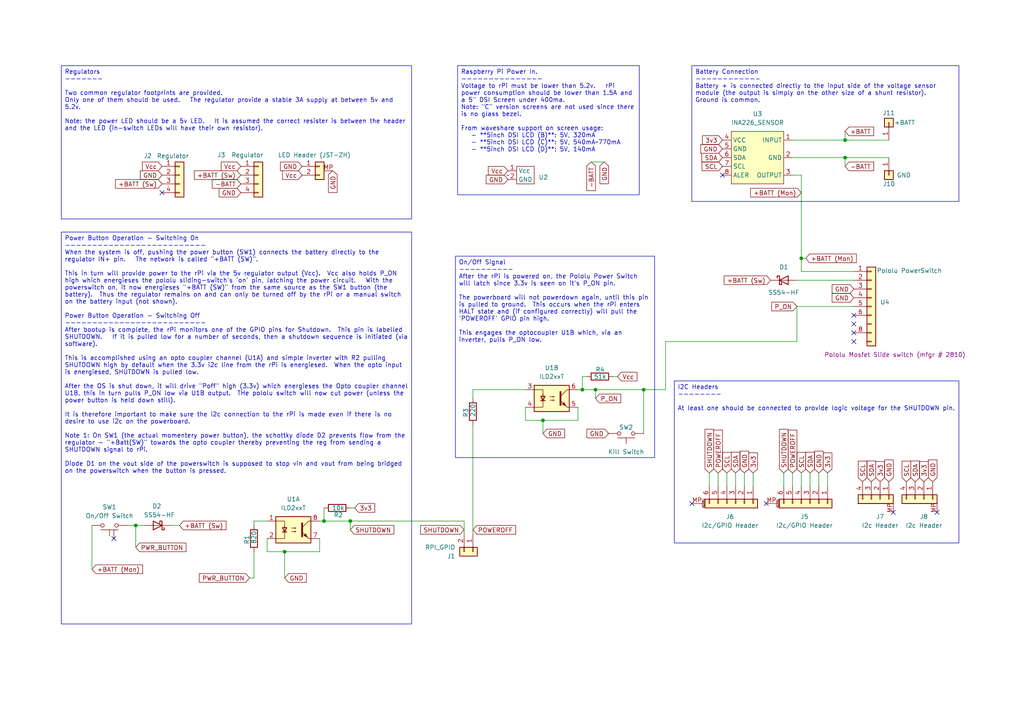
<source format=kicad_sch>
(kicad_sch (version 20250114) (generator "eeschema") (generator_version "9.0")
  (paper "A4")
  (title_block (title "AeroJudge Powerboard") (rev "See Board"))
  (lib_symbols
    (symbol "Connector_Generic:Conn_01x01" (pin_names (offset 1.016) (hide yes))
      (property "Reference" "J" (at 0 2.54 0))
      (property "Value" "Conn_01x01" (at 0 -2.54 0))
      (symbol "Conn_01x01_1_1"
        (rectangle (start -1.27 1.27) (end 1.27 -1.27) (stroke (width 0.254)) (fill (type background)))
        (rectangle (start -1.27 0.127) (end 0 -0.127) (stroke (width 0.1524)))
        (pin passive line (at -5.08 0 0) (length 3.81) (name "Pin_1") (number "1"))
      )
    )
    (symbol "Connector_Generic:Conn_01x02" (pin_names (offset 1.016) (hide yes))
      (property "Reference" "J" (at 0 2.54 0))
      (property "Value" "Conn_01x02" (at 0 -5.08 0))
      (symbol "Conn_01x02_1_1"
        (rectangle (start -1.27 1.27) (end 1.27 -3.81) (stroke (width 0.254)) (fill (type background)))
        (rectangle (start -1.27 0.127) (end 0 -0.127) (stroke (width 0.1524)))
        (rectangle (start -1.27 -2.413) (end 0 -2.667) (stroke (width 0.1524)))
        (pin passive line (at -5.08 0 0) (length 3.81) (name "Pin_1") (number "1"))
        (pin passive line (at -5.08 -2.54 0) (length 3.81) (name "Pin_2") (number "2"))
      )
    )
    (symbol "Connector_Generic:Conn_01x04" (pin_names (offset 1.016) (hide yes))
      (property "Reference" "J" (at 0 5.08 0))
      (property "Value" "Conn_01x04" (at 0 -7.62 0))
      (symbol "Conn_01x04_1_1"
        (rectangle (start -1.27 3.81) (end 1.27 -6.35) (stroke (width 0.254)) (fill (type background)))
        (rectangle (start -1.27 2.667) (end 0 2.413) (stroke (width 0.1524)))
        (rectangle (start -1.27 0.127) (end 0 -0.127) (stroke (width 0.1524)))
        (rectangle (start -1.27 -2.413) (end 0 -2.667) (stroke (width 0.1524)))
        (rectangle (start -1.27 -4.953) (end 0 -5.207) (stroke (width 0.1524)))
        (pin passive line (at -5.08 2.54 0) (length 3.81) (name "Pin_1") (number "1"))
        (pin passive line (at -5.08 0 0) (length 3.81) (name "Pin_2") (number "2"))
        (pin passive line (at -5.08 -2.54 0) (length 3.81) (name "Pin_3") (number "3"))
        (pin passive line (at -5.08 -5.08 0) (length 3.81) (name "Pin_4") (number "4"))
      )
    )
    (symbol "Connector_Generic:Conn_01x09" (pin_names (offset 1.016) (hide yes))
      (property "Reference" "U4" (at 2.54 1.2701 0))
      (property "Value" "Pololu PowerSwitch" (at 1.524 10.414 0))
      (property "Description" "Pololu Mosfet Slide switch (mfgr # 2810)" (at 6.858 -13.97 0))
      (symbol "Conn_01x09_1_1"
        (rectangle (start -1.27 11.43) (end 1.27 -11.43) (stroke (width 0.254)) (fill (type background)))
        (rectangle (start -1.27 10.287) (end 0 10.033) (stroke (width 0.1524)))
        (rectangle (start -1.27 7.747) (end 0 7.493) (stroke (width 0.1524)))
        (rectangle (start -1.27 5.207) (end 0 4.953) (stroke (width 0.1524)))
        (rectangle (start -1.27 2.667) (end 0 2.413) (stroke (width 0.1524)))
        (rectangle (start -1.27 0.127) (end 0 -0.127) (stroke (width 0.1524)))
        (rectangle (start -1.27 -2.413) (end 0 -2.667) (stroke (width 0.1524)))
        (rectangle (start -1.27 -4.953) (end 0 -5.207) (stroke (width 0.1524)))
        (rectangle (start -1.27 -7.493) (end 0 -7.747) (stroke (width 0.1524)))
        (rectangle (start -1.27 -10.033) (end 0 -10.287) (stroke (width 0.1524)))
        (pin passive line (at -5.08 10.16 0) (length 3.81) (name "Pin_1") (number "1"))
        (pin passive line (at -5.08 7.62 0) (length 3.81) (name "Pin_2") (number "2"))
        (pin passive line (at -5.08 5.08 0) (length 3.81) (name "Pin_3") (number "3"))
        (pin passive line (at -5.08 2.54 0) (length 3.81) (name "Pin_4") (number "4"))
        (pin passive line (at -5.08 0 0) (length 3.81) (name "Pin_5") (number "5"))
        (pin passive line (at -5.08 -2.54 0) (length 3.81) (name "Pin_6") (number "6"))
        (pin passive line (at -5.08 -7.62 0) (length 3.81) (name "Pin_8") (number "8"))
      )
    )
    (symbol "Connector_Generic_MountingPin:Conn_01x06_MountingPin" (pin_names (offset 1.016) (hide yes))
      (property "Reference" "J" (at 0 7.62 0))
      (property "Value" "Conn_01x06_MountingPin" (at 1.27 -10.16 0))
      (symbol "Conn_01x06_MountingPin_1_1"
        (rectangle (start -1.27 6.35) (end 1.27 -8.89) (stroke (width 0.254)) (fill (type background)))
        (rectangle (start -1.27 5.207) (end 0 4.953) (stroke (width 0.1524)))
        (rectangle (start -1.27 2.667) (end 0 2.413) (stroke (width 0.1524)))
        (rectangle (start -1.27 0.127) (end 0 -0.127) (stroke (width 0.1524)))
        (rectangle (start -1.27 -2.413) (end 0 -2.667) (stroke (width 0.1524)))
        (rectangle (start -1.27 -4.953) (end 0 -5.207) (stroke (width 0.1524)))
        (rectangle (start -1.27 -7.493) (end 0 -7.747) (stroke (width 0.1524)))
        (polyline (pts (xy -1.016 -9.652) (xy 1.016 -9.652)) (stroke (width 0.1524)))
        (text "Mounting" (at 0 -9.271 0) (effects (font (size 0.381 0.381))))
        (pin passive line (at -5.08 5.08 0) (length 3.81) (name "Pin_1") (number "1"))
        (pin passive line (at -5.08 2.54 0) (length 3.81) (name "Pin_2") (number "2"))
        (pin passive line (at -5.08 0 0) (length 3.81) (name "Pin_3") (number "3"))
        (pin passive line (at -5.08 -2.54 0) (length 3.81) (name "Pin_4") (number "4"))
        (pin passive line (at -5.08 -5.08 0) (length 3.81) (name "Pin_5") (number "5"))
        (pin passive line (at -5.08 -7.62 0) (length 3.81) (name "Pin_6") (number "6"))
        (pin passive line (at 0 -12.7 90) (length 3.048) (name "MountPin") (number "MP"))
      )
    )
    (symbol "Device:R" (pin_numbers (hide yes)) (pin_names (offset 0))
      (property "Reference" "R" (at 2.032 0 90))
      (property "Value" "R" (at 0 0 90))
      (symbol "R_0_1"
        (rectangle (start -1.016 -2.54) (end 1.016 2.54) (stroke (width 0.254)))
      )
      (symbol "R_1_1"
        (pin passive line (at 0 3.81 270) (length 1.27) (name "~") (number "1"))
        (pin passive line (at 0 -3.81 90) (length 1.27) (name "~") (number "2"))
      )
    )
    (symbol "Diode:1N5822" (pin_numbers (hide yes)) (pin_names (offset 1.016) (hide yes))
      (property "Reference" "D" (at 0 2.54 0))
      (property "Value" "1N5822" (at 0 -2.54 0))
      (symbol "1N5822_0_1"
        (polyline (pts (xy -1.905 0.635) (xy -1.905 1.27) (xy -1.27 1.27) (xy -1.27 -1.27) (xy -0.635 -1.27) (xy -0.635 -0.635)) (stroke (width 0.254)))
        (polyline (pts (xy 1.27 1.27) (xy 1.27 -1.27) (xy -1.27 0) (xy 1.27 1.27)) (stroke (width 0.254)))
        (polyline (pts (xy 1.27 0) (xy -1.27 0)))
      )
      (symbol "1N5822_1_1"
        (pin passive line (at -3.81 0 0) (length 2.54) (name "K") (number "1"))
        (pin passive line (at 3.81 0 180) (length 2.54) (name "A") (number "2"))
      )
    )
    (symbol "JST-SH-4-SMT_1" (pin_names (offset 1.016) (hide yes))
      (property "Reference" "J" (at 0 5.08 0))
      (property "Value" "JST-SH-4-SMT" (at 0 -7.62 0))
      (symbol "JST-SH-4-SMT_1_1_1"
        (rectangle (start -1.27 3.81) (end 1.27 -6.35) (stroke (width 0.254)) (fill (type background)))
        (rectangle (start -1.27 2.667) (end 0 2.413) (stroke (width 0.1524)))
        (rectangle (start -1.27 0.127) (end 0 -0.127) (stroke (width 0.1524)))
        (rectangle (start -1.27 -2.413) (end 0 -2.667) (stroke (width 0.1524)))
        (rectangle (start -1.27 -4.953) (end 0 -5.207) (stroke (width 0.1524)))
        (pin passive line (at -5.08 2.54 0) (length 3.81) (name "Pin_1") (number "1"))
        (pin passive line (at -5.08 0 0) (length 3.81) (name "Pin_2") (number "2"))
        (pin passive line (at -5.08 -2.54 0) (length 3.81) (name "Pin_3") (number "3"))
        (pin passive line (at -5.08 -5.08 0) (length 3.81) (name "Pin_4") (number "4"))
        (pin unspecified line (at 3.81 3.81 180) (length 2.54) (name "MP") (number "MP"))
      )
    )
    (symbol "My Custom Symbol Libary:Solder_Pads"
      (property "Reference" "U" (at 0 0 0))
      (symbol "Solder_Pads_0_1"
        (rectangle (start 2.54 2.54) (end 7.62 -2.54))
      )
      (symbol "Solder_Pads_1_1"
        (pin power_in line (at 0 1.27 0) (length 2.54) (name "Vcc") (number "1"))
        (pin power_in line (at 0 -1.27 0) (length 2.54) (name "GND") (number "2"))
      )
    )
    (symbol "ProjectSymbols:ILD2xxT" (pin_names (offset 1.016))
      (property "Reference" "U" (at -5.08 5.08 0))
      (property "Value" "ILD2xxT" (at 0 5.08 0))
      (symbol "ILD2xxT_0_1"
        (rectangle (start -5.08 3.81) (end 5.08 -3.81) (stroke (width 0.254)) (fill (type background)))
        (polyline (pts (xy -5.08 2.54) (xy -2.54 2.54) (xy -2.54 0.635)))
        (polyline (pts (xy -3.175 -0.635) (xy -1.905 -0.635)) (stroke (width 0.254)))
        (polyline (pts (xy -2.54 -0.635) (xy -3.175 0.635) (xy -1.905 0.635) (xy -2.54 -0.635)) (stroke (width 0.254)))
        (polyline (pts (xy -2.54 -0.635) (xy -2.54 1.27) (xy -2.54 -2.54) (xy -5.08 -2.54)))
        (polyline (pts (xy -0.508 0.508) (xy 0.762 0.508) (xy 0.381 0.381) (xy 0.381 0.635) (xy 0.762 0.508)))
        (polyline (pts (xy -0.508 -0.508) (xy 0.762 -0.508) (xy 0.381 -0.635) (xy 0.381 -0.381) (xy 0.762 -0.508)))
        (polyline (pts (xy 2.54 1.905) (xy 2.54 -1.905) (xy 2.54 -1.905)) (stroke (width 0.508)))
        (polyline (pts (xy 2.54 0.635) (xy 4.445 2.54)))
        (polyline (pts (xy 3.048 -1.651) (xy 3.556 -1.143) (xy 4.064 -2.159) (xy 3.048 -1.651) (xy 3.048 -1.651)) (fill (type outline)))
        (polyline (pts (xy 4.445 2.54) (xy 5.08 2.54)))
        (polyline (pts (xy 4.445 -2.54) (xy 2.54 -0.635)) (fill (type outline)))
        (polyline (pts (xy 4.445 -2.54) (xy 5.08 -2.54)))
      )
      (symbol "ILD2xxT_1_1"
        (pin passive line (at -7.62 2.54 0) (length 2.54) (name "~") (number "1"))
        (pin passive line (at -7.62 -2.54 0) (length 2.54) (name "~") (number "2"))
        (pin passive line (at 7.62 2.54 180) (length 2.54) (name "~") (number "8"))
        (pin passive line (at 7.62 -2.54 180) (length 2.54) (name "~") (number "7"))
      )
      (symbol "ILD2xxT_2_1"
        (pin passive line (at -7.62 2.54 0) (length 2.54) (name "~") (number "3"))
        (pin passive line (at -7.62 -2.54 0) (length 2.54) (name "~") (number "4"))
        (pin passive line (at 7.62 2.54 180) (length 2.54) (name "~") (number "6"))
        (pin passive line (at 7.62 -2.54 180) (length 2.54) (name "~") (number "5"))
      )
    )
    (symbol "ProjectSymbols:INA226_BatteryMonitor"
      (property "Reference" "U" (at 0 8.636 0))
      (property "Value" "INA226_SENSOR" (at 0 -8.636 0))
      (symbol "INA226_BatteryMonitor_0_1"
        (polyline (pts (xy -7.62 7.62) (xy -7.62 -7.62) (xy 7.62 -7.62) (xy 7.62 7.62) (xy -7.62 7.62)) (fill (type color) (color 255 255 194 1)))
      )
      (symbol "INA226_BatteryMonitor_1_1"
        (pin input line (at -10.16 5.08 0) (length 2.54) (name "VCC") (number "4"))
        (pin bidirectional line (at -10.16 2.54 0) (length 2.54) (name "GND") (number "5"))
        (pin bidirectional line (at -10.16 0 0) (length 2.54) (name "SDA") (number "6"))
        (pin bidirectional line (at -10.16 -2.54 0) (length 2.54) (name "SCL") (number "7"))
        (pin bidirectional line (at -10.16 -5.08 0) (length 2.54) (name "ALER") (number "8"))
        (pin input line (at 10.16 5.08 180) (length 2.54) (name "INPUT") (number "1"))
        (pin bidirectional line (at 10.16 0 180) (length 2.54) (name "GND") (number "2"))
        (pin output line (at 10.16 -5.08 180) (length 2.54) (name "OUTPUT") (number "3"))
      )
    )
    (symbol "ProjectSymbols:JST-SH-2-SMT" (pin_names (offset 1.016) (hide yes))
      (property "Reference" "J" (at 0 2.54 0))
      (property "Value" "JST-SH-2-SMT" (at 0 -5.08 0))
      (symbol "JST-SH-2-SMT_1_1"
        (rectangle (start -1.27 1.27) (end 1.27 -3.81) (stroke (width 0.254)) (fill (type background)))
        (rectangle (start -1.27 0.127) (end 0 -0.127) (stroke (width 0.1524)))
        (rectangle (start -1.27 -2.413) (end 0 -2.667) (stroke (width 0.1524)))
        (pin passive line (at -5.08 0 0) (length 3.81) (name "Pin_1") (number "1"))
        (pin passive line (at -5.08 -2.54 0) (length 3.81) (name "Pin_2") (number "2"))
        (pin unspecified line (at 3.81 -1.27 180) (length 2.54) (name "MP") (number "MP"))
      )
    )
    (symbol "ProjectSymbols:SW_Push_WithMP" (pin_numbers (hide yes)) (pin_names (offset 1.016) (hide yes))
      (property "Reference" "SW" (at 1.27 2.54 0))
      (property "Value" "SW_Push_WithMP" (at 0 -1.524 0))
      (symbol "SW_Push_WithMP_0_1"
        (circle (center -2.032 0) (radius 0.508))
        (polyline (pts (xy 0 1.27) (xy 0 3.048)))
        (circle (center 2.032 0) (radius 0.508))
        (polyline (pts (xy 2.54 1.27) (xy -2.54 1.27)))
        (pin passive line (at -5.08 0 0) (length 2.54) (name "1") (number "1"))
        (pin passive line (at 5.08 0 180) (length 2.54) (name "2") (number "2"))
      )
      (symbol "SW_Push_WithMP_1_1"
        (pin unspecified line (at -1.27 3.81 270) (length 2.54) (name "MP") (number "MP"))
      )
    )
    (symbol "Switch:SW_Push" (pin_numbers (hide yes)) (pin_names (offset 1.016) (hide yes))
      (property "Reference" "SW" (at 1.27 2.54 0))
      (property "Value" "SW_Push" (at 0 -1.524 0))
      (symbol "SW_Push_0_1"
        (circle (center -2.032 0) (radius 0.508))
        (polyline (pts (xy 0 1.27) (xy 0 3.048)))
        (circle (center 2.032 0) (radius 0.508))
        (polyline (pts (xy 2.54 1.27) (xy -2.54 1.27)))
        (pin passive line (at -5.08 0 0) (length 2.54) (name "1") (number "1"))
        (pin passive line (at 5.08 0 180) (length 2.54) (name "2") (number "2"))
      )
    )
  )
  (text "Version Notes:" (at 309.88 18.288 0) (effects (font (size 1.778 1.778) (thickness 0.254) (bold yes))))
  (text_box "Battery Connection\n------------\nBattery + is connected directly to the input side of the voltage sensor module (the output is simply on the other size of a shunt resistor).\nGround is common." (at 200.66 19.05 0) (size 77.47 39.37) (margins 0.9525 0.9525 0.9525 0.9525) (effects (font (size 1.27 1.27)) (justify left top)))
  (text_box "I2C Headers\n--------\n\nAt least one should be connected to provide logic voltage for the SHUTDOWN pin." (at 195.58 110.49 0) (size 82.55 46.99) (margins 0.9525 0.9525 0.9525 0.9525) (effects (font (size 1.27 1.27)) (justify left top)))
  (text_box "Regulators\n-------\n\nTwo common regulator footprints are provided.\nOnly one of them should be used.   The regulator provide a stable 3A supply at between 5v and 5.2v.\n\nNote: the power LED should be a 5v LED.   It is assumed the correct resister is between the header and the LED (in-switch LEDs will have their own resistor)." (at 17.78 19.05 0) (size 101.6 44.45) (margins 0.9525 0.9525 0.9525 0.9525) (effects (font (size 1.27 1.27)) (justify left top)))
  (text_box "Power Button Operation - Switching On\n--------------------------\nWhen the system is off, pushing the power button (SW1) connects the battery directly to the regulator IN+ pin.   The network is called \"+BATT (SW)\".\n\nThis in turn will provide power to the rPi via the 5v regulator output (Vcc).  Vcc also holds P_ON high which energieses the pololu sliding-switch's 'on' pin, latching the power circuit.   With the powerswitch on, it now energieses \"+BATT (SW)\" from the same source as the SW1 button (the battery).  Thus the regulator remains on and can only be turned off by the rPi or a manual switch on the battery input (not shown).\n\nPower Button Operation - Switching Off\n--------------------------\nAfter bootup is complete, the rPi monitors one of the GPIO pins for Shutdown.  This pin is labelled SHUTDOWN.   If it is pulled low for a number of seconds, then a shutdown sequence is initiated (via software).\n\nThis is accomplished using an opto coupler channel (U1A) and simple inverter with R2 pulling SHUTDOWN high by default when the 3.3v i2c line from the rPi is energiesed.  When the opto input is energiesed, SHUTDOWN is pulled low.\n\nAfter the OS is shut down, it will drive \"Poff\" high (3.3v) which energieses the Opto coupler channel U1B, this in turn pulls P_ON low via U1B output.  THe pololu switch will now cut power (unless the power button is held down still).\n\nIt is therefore important to make sure the i2c connection to the rPi is made even if there is no desire to use i2c on the powerboard.\n\nNote 1: On SW1 (the actual momentery power button), the schottky diode D2 prevents flow from the regulator - \"+Batt(SW)\" towards the opto coupler thereby preventing the reg from sending a SHUTDOWN signal to rPi.\n\nDiode D1 on the vout side of the powerswitch is supposed to stop vin and vout from being bridged on the powerswitch when the button is pressed." (at 17.78 67.31 0) (size 101.6 113.665) (margins 0.9525 0.9525 0.9525 0.9525) (effects (font (size 1.27 1.27)) (justify left top)))
  (text_box "1.61 - LED Connector J4 swapped from SH(1mm) -> ZH(1.5mm)\n1.6  - Swapped 4pin i2c + 2 pin GPIO connectors for 6 pin combined (J5=PH and J6=SH).\n     - Added J8 - (4 port i2c header)." (at 300.355 19.685 0) (size 98.425 52.705) (margins 0.9525 0.9525 0.9525 0.9525) (effects (font (size 1.016 1.016)) (justify left top)))
  (text_box "On/Off Signal\n----------\nAfter the rPi is powered on, the Pololu Power Switch will latch since 3.3v is seen on it's P_ON pin.\n\nThe powerboard will not powerdown again, until this pin is pulled to ground.  This occurs when the rPi enters HALT state and (if configured correctly) will pull the 'POWEROFF' GPIO pin high.\n\nThis engages the optocoupler U1B which, via an inverter, pulls P_ON low.\n" (at 132.08 74.295 0) (size 57.785 58.42) (margins 0.9525 0.9525 0.9525 0.9525) (effects (font (size 1.27 1.27)) (justify left top)))
  (text_box "Raspberry Pi Power In.\n---------------\nVoltage to rPi must be lower than 5.2v.   rPi power consumption should be lower than 1.5A and a 5\" DSI Screen under 400ma.\nNote: \"C\" version screens are not used since there is no glass bezel.\n\nFrom waveshare support on screen usage:\n   - **5inch DSI LCD (B)**: 5V, 320mA\n   - **5inch DSI LCD (C)**: 5V, 540mA~770mA\n   - **5inch DSI LCD (D)**: 5V, 140mA" (at 132.715 19.05 0) (size 52.705 37.465) (margins 0.9525 0.9525 0.9525 0.9525) (effects (font (size 1.27 1.27)) (justify left top)))
  (junction (at 157.48 121.92))
  (junction (at 245.11 45.72))
  (junction (at 232.41 74.93))
  (junction (at 82.55 160.02))
  (junction (at 168.91 113.03))
  (junction (at 172.72 113.03))
  (junction (at 101.6 151.13))
  (junction (at 186.69 113.03))
  (junction (at 39.37 152.4))
  (junction (at 245.11 40.64))
  (junction (at 93.98 151.13))
  (no_connect (at 46.99 55.88))
  (no_connect (at 200.66 146.05))
  (no_connect (at 247.65 99.06))
  (no_connect (at 247.65 93.98))
  (no_connect (at 247.65 96.52))
  (no_connect (at 271.78 148.59))
  (no_connect (at 209.55 50.8))
  (no_connect (at 259.08 148.59))
  (no_connect (at 33.02 156.21))
  (no_connect (at 222.25 146.05))
  (no_connect (at 247.65 91.44))
  (wire (pts (xy 72.39 167.64) (xy 73.66 167.64)))
  (wire (pts (xy 73.66 160.02) (xy 73.66 167.64)))
  (wire (pts (xy 26.67 152.4) (xy 26.67 165.1)))
  (wire (pts (xy 231.14 99.06) (xy 231.14 88.9)))
  (wire (pts (xy 186.69 113.03) (xy 186.69 125.73)))
  (wire (pts (xy 172.72 115.57) (xy 172.72 113.03)))
  (wire (pts (xy 157.48 125.73) (xy 157.48 121.92)))
  (wire (pts (xy 82.55 160.02) (xy 92.71 160.02)))
  (wire (pts (xy 39.37 152.4) (xy 41.91 152.4)))
  (wire (pts (xy 168.91 113.03) (xy 172.72 113.03)))
  (wire (pts (xy 73.66 151.13) (xy 73.66 152.4)))
  (wire (pts (xy 152.4 121.92) (xy 152.4 118.11)))
  (wire (pts (xy 215.9 137.16) (xy 215.9 140.97)))
  (wire (pts (xy 234.95 140.97) (xy 234.95 137.16)))
  (wire (pts (xy 231.14 81.28) (xy 247.65 81.28)))
  (wire (pts (xy 208.28 137.16) (xy 208.28 140.97)))
  (wire (pts (xy 193.04 99.06) (xy 193.04 113.03)))
  (wire (pts (xy 39.37 158.75) (xy 39.37 152.4)))
  (wire (pts (xy 213.36 137.16) (xy 213.36 140.97)))
  (wire (pts (xy 232.41 74.93) (xy 233.68 74.93)))
  (wire (pts (xy 36.83 152.4) (xy 39.37 152.4)))
  (wire (pts (xy 232.41 78.74) (xy 247.65 78.74)))
  (wire (pts (xy 227.33 137.16) (xy 227.33 140.97)))
  (wire (pts (xy 245.11 48.26) (xy 245.11 45.72)))
  (wire (pts (xy 177.8 109.22) (xy 179.07 109.22)))
  (wire (pts (xy 172.72 113.03) (xy 186.69 113.03)))
  (wire (pts (xy 92.71 160.02) (xy 92.71 156.21)))
  (wire (pts (xy 210.82 137.16) (xy 210.82 140.97)))
  (wire (pts (xy 232.41 50.8) (xy 232.41 74.93)))
  (wire (pts (xy 229.87 45.72) (xy 245.11 45.72)))
  (wire (pts (xy 73.66 151.13) (xy 77.47 151.13)))
  (wire (pts (xy 77.47 160.02) (xy 82.55 160.02)))
  (wire (pts (xy 245.11 38.1) (xy 245.11 40.64)))
  (wire (pts (xy 205.74 137.16) (xy 205.74 140.97)))
  (wire (pts (xy 167.64 113.03) (xy 168.91 113.03)))
  (wire (pts (xy 157.48 121.92) (xy 167.64 121.92)))
  (wire (pts (xy 167.64 121.92) (xy 167.64 118.11)))
  (wire (pts (xy 245.11 40.64) (xy 257.81 40.64)))
  (wire (pts (xy 193.04 99.06) (xy 231.14 99.06)))
  (wire (pts (xy 171.45 46.99) (xy 175.26 46.99)))
  (wire (pts (xy 101.6 151.13) (xy 134.62 151.13)))
  (wire (pts (xy 101.6 153.67) (xy 101.6 151.13)))
  (wire (pts (xy 92.71 151.13) (xy 93.98 151.13)))
  (wire (pts (xy 152.4 121.92) (xy 157.48 121.92)))
  (wire (pts (xy 232.41 50.8) (xy 229.87 50.8)))
  (wire (pts (xy 137.16 123.19) (xy 137.16 154.94)))
  (wire (pts (xy 82.55 160.02) (xy 82.55 167.64)))
  (wire (pts (xy 237.49 140.97) (xy 237.49 137.16)))
  (wire (pts (xy 49.53 152.4) (xy 52.07 152.4)))
  (wire (pts (xy 93.98 147.32) (xy 93.98 151.13)))
  (wire (pts (xy 101.6 147.32) (xy 102.87 147.32)))
  (wire (pts (xy 137.16 113.03) (xy 137.16 115.57)))
  (wire (pts (xy 134.62 151.13) (xy 134.62 154.94)))
  (wire (pts (xy 168.91 109.22) (xy 168.91 113.03)))
  (wire (pts (xy 218.44 137.16) (xy 218.44 140.97)))
  (wire (pts (xy 232.41 140.97) (xy 232.41 137.16)))
  (wire (pts (xy 186.69 113.03) (xy 193.04 113.03)))
  (wire (pts (xy 229.87 40.64) (xy 245.11 40.64)))
  (wire (pts (xy 240.03 140.97) (xy 240.03 137.16)))
  (wire (pts (xy 245.11 45.72) (xy 257.81 45.72)))
  (wire (pts (xy 137.16 113.03) (xy 152.4 113.03)))
  (wire (pts (xy 168.91 109.22) (xy 170.18 109.22)))
  (wire (pts (xy 229.87 140.97) (xy 229.87 137.16)))
  (wire (pts (xy 231.14 88.9) (xy 247.65 88.9)))
  (wire (pts (xy 93.98 151.13) (xy 101.6 151.13)))
  (wire (pts (xy 232.41 74.93) (xy 232.41 78.74)))
  (wire (pts (xy 77.47 156.21) (xy 77.47 160.02)))
  (global_label "-BATT" (shape input) (at 69.85 53.34 180) (property "Intersheetrefs" "${INTERSHEET_REFS}" (effects (hide yes))))
  (global_label "SDA" (shape input) (at 213.36 137.16 90) (property "Intersheetrefs" "${INTERSHEET_REFS}" (effects (hide yes))))
  (global_label "3v3" (shape input) (at 255.27 139.7 90) (property "Intersheetrefs" "${INTERSHEET_REFS}" (effects (hide yes))))
  (global_label "3v3" (shape input) (at 102.87 147.32 0) (property "Intersheetrefs" "${INTERSHEET_REFS}" (effects (hide yes))))
  (global_label "POWEROFF" (shape input) (at 208.28 137.16 90) (property "Intersheetrefs" "${INTERSHEET_REFS}" (effects (hide yes))))
  (global_label "SDA" (shape input) (at 234.95 137.16 90) (property "Intersheetrefs" "${INTERSHEET_REFS}" (effects (hide yes))))
  (global_label "Vcc" (shape input) (at 147.32 49.53 180) (property "Intersheetrefs" "${INTERSHEET_REFS}" (effects (hide yes))))
  (global_label "+BATT (Mon)" (shape input) (at 233.68 74.93 0) (property "Intersheetrefs" "${INTERSHEET_REFS}" (effects (hide yes))))
  (global_label "3v3" (shape input) (at 209.55 40.64 180) (property "Intersheetrefs" "${INTERSHEET_REFS}" (effects (hide yes))))
  (global_label "3v3" (shape input) (at 267.97 139.7 90) (property "Intersheetrefs" "${INTERSHEET_REFS}" (effects (hide yes))))
  (global_label "GND" (shape input) (at 96.52 49.53 270) (property "Intersheetrefs" "${INTERSHEET_REFS}" (effects (hide yes))))
  (global_label "GND" (shape input) (at 176.53 125.73 180) (property "Intersheetrefs" "${INTERSHEET_REFS}" (effects (hide yes))))
  (global_label "SDA" (shape input) (at 209.55 45.72 180) (property "Intersheetrefs" "${INTERSHEET_REFS}" (effects (hide yes))))
  (global_label "SCL" (shape input) (at 210.82 137.16 90) (property "Intersheetrefs" "${INTERSHEET_REFS}" (effects (hide yes))))
  (global_label "-BATT" (shape input) (at 171.45 46.99 270) (property "Intersheetrefs" "${INTERSHEET_REFS}" (effects (hide yes))))
  (global_label "+BATT" (shape input) (at 245.11 38.1 0) (property "Intersheetrefs" "${INTERSHEET_REFS}" (effects (hide yes))))
  (global_label "GND" (shape input) (at 215.9 137.16 90) (property "Intersheetrefs" "${INTERSHEET_REFS}" (effects (hide yes))))
  (global_label "GND" (shape input) (at 270.51 139.7 90) (property "Intersheetrefs" "${INTERSHEET_REFS}" (effects (hide yes))))
  (global_label "-BATT" (shape input) (at 245.11 48.26 0) (property "Intersheetrefs" "${INTERSHEET_REFS}" (effects (hide yes))))
  (global_label "+BATT (Sw)" (shape input) (at 69.85 50.8 180) (property "Intersheetrefs" "${INTERSHEET_REFS}" (effects (hide yes))))
  (global_label "SCL" (shape input) (at 209.55 48.26 180) (property "Intersheetrefs" "${INTERSHEET_REFS}" (effects (hide yes))))
  (global_label "3v3" (shape input) (at 240.03 137.16 90) (property "Intersheetrefs" "${INTERSHEET_REFS}" (effects (hide yes))))
  (global_label "POWEROFF" (shape input) (at 229.87 137.16 90) (property "Intersheetrefs" "${INTERSHEET_REFS}" (effects (hide yes))))
  (global_label "GND" (shape input) (at 69.85 55.88 180) (property "Intersheetrefs" "${INTERSHEET_REFS}" (effects (hide yes))))
  (global_label "SCL" (shape input) (at 232.41 137.16 90) (property "Intersheetrefs" "${INTERSHEET_REFS}" (effects (hide yes))))
  (global_label "PWR_BUTTON" (shape input) (at 39.37 158.75 0) (property "Intersheetrefs" "${INTERSHEET_REFS}" (effects (hide yes))))
  (global_label "GND" (shape input) (at 87.63 48.26 180) (property "Intersheetrefs" "${INTERSHEET_REFS}" (effects (hide yes))))
  (global_label "POWEROFF" (shape input) (at 137.16 153.67 0) (property "Intersheetrefs" "${INTERSHEET_REFS}" (effects (hide yes))))
  (global_label "SCL" (shape input) (at 262.89 139.7 90) (property "Intersheetrefs" "${INTERSHEET_REFS}" (effects (hide yes))))
  (global_label "Vcc" (shape input) (at 69.85 48.26 180) (property "Intersheetrefs" "${INTERSHEET_REFS}" (effects (hide yes))))
  (global_label "GND" (shape input) (at 46.99 50.8 180) (property "Intersheetrefs" "${INTERSHEET_REFS}" (effects (hide yes))))
  (global_label "SDA" (shape input) (at 265.43 139.7 90) (property "Intersheetrefs" "${INTERSHEET_REFS}" (effects (hide yes))))
  (global_label "+BATT (Mon)" (shape input) (at 26.67 165.1 0) (property "Intersheetrefs" "${INTERSHEET_REFS}" (effects (hide yes))))
  (global_label "GND" (shape input) (at 175.26 46.99 270) (property "Intersheetrefs" "${INTERSHEET_REFS}" (effects (hide yes))))
  (global_label "GND" (shape input) (at 247.65 83.82 180) (property "Intersheetrefs" "${INTERSHEET_REFS}" (effects (hide yes))))
  (global_label "SCL" (shape input) (at 250.19 139.7 90) (property "Intersheetrefs" "${INTERSHEET_REFS}" (effects (hide yes))))
  (global_label "GND" (shape input) (at 82.55 167.64 0) (property "Intersheetrefs" "${INTERSHEET_REFS}" (effects (hide yes))))
  (global_label "PWR_BUTTON" (shape input) (at 72.39 167.64 180) (property "Intersheetrefs" "${INTERSHEET_REFS}" (effects (hide yes))))
  (global_label "Vcc" (shape input) (at 179.07 109.22 0) (property "Intersheetrefs" "${INTERSHEET_REFS}" (effects (hide yes))))
  (global_label "GND" (shape input) (at 157.48 125.73 0) (property "Intersheetrefs" "${INTERSHEET_REFS}" (effects (hide yes))))
  (global_label "GND" (shape input) (at 147.32 52.07 180) (property "Intersheetrefs" "${INTERSHEET_REFS}" (effects (hide yes))))
  (global_label "Vcc" (shape input) (at 46.99 48.26 180) (property "Intersheetrefs" "${INTERSHEET_REFS}" (effects (hide yes))))
  (global_label "+BATT (Mon)" (shape input) (at 232.41 55.88 180) (property "Intersheetrefs" "${INTERSHEET_REFS}" (effects (hide yes))))
  (global_label "GND" (shape input) (at 257.81 139.7 90) (property "Intersheetrefs" "${INTERSHEET_REFS}" (effects (hide yes))))
  (global_label "GND" (shape input) (at 209.55 43.18 180) (property "Intersheetrefs" "${INTERSHEET_REFS}" (effects (hide yes))))
  (global_label "3v3" (shape input) (at 218.44 137.16 90) (property "Intersheetrefs" "${INTERSHEET_REFS}" (effects (hide yes))))
  (global_label "P_ON" (shape input) (at 172.72 115.57 0) (property "Intersheetrefs" "${INTERSHEET_REFS}" (effects (hide yes))))
  (global_label "GND" (shape input) (at 237.49 137.16 90) (property "Intersheetrefs" "${INTERSHEET_REFS}" (effects (hide yes))))
  (global_label "GND" (shape input) (at 247.65 86.36 180) (property "Intersheetrefs" "${INTERSHEET_REFS}" (effects (hide yes))))
  (global_label "Vcc" (shape input) (at 87.63 50.8 180) (property "Intersheetrefs" "${INTERSHEET_REFS}" (effects (hide yes))))
  (global_label "+BATT (Sw)" (shape input) (at 223.52 81.28 180) (property "Intersheetrefs" "${INTERSHEET_REFS}" (effects (hide yes))))
  (global_label "SDA" (shape input) (at 252.73 139.7 90) (property "Intersheetrefs" "${INTERSHEET_REFS}" (effects (hide yes))))
  (global_label "SHUTDOWN" (shape input) (at 101.6 153.67 0) (property "Intersheetrefs" "${INTERSHEET_REFS}" (effects (hide yes))))
  (global_label "+BATT (Sw)" (shape input) (at 46.99 53.34 180) (property "Intersheetrefs" "${INTERSHEET_REFS}" (effects (hide yes))))
  (global_label "SHUTDOWN" (shape input) (at 205.74 137.16 90) (property "Intersheetrefs" "${INTERSHEET_REFS}" (effects (hide yes))))
  (global_label "SHUTDOWN" (shape input) (at 134.62 153.67 180) (property "Intersheetrefs" "${INTERSHEET_REFS}" (effects (hide yes))))
  (global_label "SHUTDOWN" (shape input) (at 227.33 137.16 90) (property "Intersheetrefs" "${INTERSHEET_REFS}" (effects (hide yes))))
  (global_label "+BATT (Sw)" (shape input) (at 52.07 152.4 0) (property "Intersheetrefs" "${INTERSHEET_REFS}" (effects (hide yes))))
  (global_label "P_ON" (shape input) (at 231.14 88.9 180) (property "Intersheetrefs" "${INTERSHEET_REFS}" (effects (hide yes))))
  (symbol (lib_id "Connector_Generic_MountingPin:Conn_01x06_MountingPin") (at 213.36 146.05 270) (unit 1)
    (property "Reference" "J6" (at 211.7344 149.86 90))
    (property "Value" "I2c/GPIO Header" (at 211.7344 152.4 90))
    (property "Footprint" "Connector_JST:JST_SH_BM06B-SRSS-TB_1x06-1MP_P1.00mm_Vertical" (effects (hide yes)))
    (property "Description" "Generic connectable mounting pin connector, single row, 01x06, script generated (kicad-library-utils/schlib/autogen/connector/)" (effects (hide yes)))
  )
  (symbol (lib_name "JST-SH-4-SMT_1") (lib_id "ProjectSymbols:JST-SH-4-SMT") (at 255.27 144.78 270) (unit 1)
    (property "Reference" "J7" (at 255.27 149.86 90))
    (property "Value" "I2c Header" (at 255.27 152.4 90))
    (property "Footprint" "Connector_JST:JST_SH_SM04B-SRSS-TB_1x04-1MP_P1.00mm_Horizontal" (effects (hide yes)))
    (property "Description" "JST Connector 01x04 with Mounting Points for surface mounting" (effects (hide yes)))
  )
  (symbol (lib_id "ProjectSymbols:SW_Push_WithMP") (at 31.75 152.4 180) (unit 1)
    (property "Reference" "SW1" (at 31.75 147.066 0))
    (property "Value" "On/Off Switch" (at 31.75 149.606 0))
    (property "Footprint" "Connector_JST:JST_PH_B2B-PH-SM4-TB_1x02-1MP_P2.00mm_Vertical" (effects (hide yes)))
    (property "Description" "Push button switch, generic, two pins" (effects (hide yes)))
  )
  (symbol (lib_id "My Custom Symbol Libary:Solder_Pads") (at 147.32 50.8 0) (unit 1)
    (property "Reference" "U2" (at 156.21 51.435 0) (effects (justify left)))
    (property "Value" "~" (at 147.32 50.8 0))
    (property "Footprint" "Project Footprints:Solder_Pads" (effects (hide yes)))
  )
  (symbol (lib_id "Diode:1N5822") (at 227.33 81.28 0) (unit 1)
    (property "Reference" "D1" (at 227.33 77.47 0))
    (property "Value" "SS54-HF" (at 227.33 84.836 0))
    (property "Footprint" "Diode_SMD:D_SMA" (effects (hide yes)))
    (property "Datasheet" "https://au.mouser.com/datasheet/2/80/20190806165140-2504996.pdf" (effects (hide yes)))
    (property "Description" "40V 5A Schottky Barrier Rectifier Diode, DO-201AD" (effects (hide yes)))
  )
  (symbol (lib_id "Connector_Generic:Conn_01x04") (at 52.07 50.8 0) (unit 1)
    (property "Reference" "J2" (at 41.656 45.212 0) (effects (justify left)))
    (property "Value" "Regulator" (at 45.466 45.212 0) (effects (justify left)))
    (property "Footprint" "Project Footprints:PinHeader_1x04_P2.54mm_Vertical_NoBorder" (effects (hide yes)))
  )
  (symbol (lib_id "ProjectSymbols:ILD2xxT") (at 160.02 115.57 0) (unit 2)
    (property "Reference" "U1" (at 160.02 106.68 0))
    (property "Value" "ILD2xxT" (at 160.02 109.22 0))
    (property "Footprint" "Project Footprints:SOIC-8_6.6x6.27mm_P1.27mm" (effects (hide yes)))
    (property "Datasheet" "https://www.vishay.com/docs/83647/ild205t.pdf" (effects (hide yes)))
    (property "Description" "Dual Optocoupler, NPN Phototransistor Output, TTL compatible, SOIC-8" (effects (hide yes)))
  )
  (symbol (lib_id "ProjectSymbols:INA226_BatteryMonitor") (at 219.71 45.72 0) (unit 1)
    (property "Reference" "U3" (at 219.71 33.02 0))
    (property "Value" "INA226_SENSOR" (at 219.71 35.56 0))
    (property "Footprint" "Project Footprints:INA226_SENSOR" (effects (hide yes)))
    (property "Description" "DC 0-36v INA226 Current Voltage Monitoring Sensor I2C" (effects (hide yes)))
  )
  (symbol (lib_id "Connector_Generic:Conn_01x01") (at 257.81 35.56 90) (unit 1)
    (property "Reference" "J11" (at 259.588 32.766 90) (effects (justify left)))
    (property "Value" "+BATT" (at 265.43 35.56 90) (effects (justify left)))
    (property "Footprint" "TestPoint:TestPoint_Pad_4.0x4.0mm" (effects (hide yes)))
  )
  (symbol (lib_id "Device:R") (at 137.16 119.38 180) (unit 1)
    (property "Reference" "R3" (at 135.128 118.364 90) (effects (justify left)))
    (property "Value" "220" (at 137.16 117.094 90) (effects (justify left)))
    (property "Footprint" "Resistor_SMD:R_1206_3216Metric" (effects (hide yes)))
    (property "Description" "Resistor" (effects (hide yes)))
  )
  (symbol (lib_id "Connector_Generic_MountingPin:Conn_01x06_MountingPin") (at 234.95 146.05 270) (unit 1)
    (property "Reference" "J5" (at 233.3244 149.86 90))
    (property "Value" "I2c/GPIO Header" (at 233.3244 152.4 90))
    (property "Footprint" "Connector_JST:JST_PH_B6B-PH-SM4-TB_1x06-1MP_P2.00mm_Vertical" (effects (hide yes)))
    (property "Description" "Generic connectable mounting pin connector, single row, 01x06, script generated (kicad-library-utils/schlib/autogen/connector/)" (effects (hide yes)))
  )
  (symbol (lib_name "JST-SH-4-SMT_1") (lib_id "ProjectSymbols:JST-SH-4-SMT") (at 267.97 144.78 270) (unit 1)
    (property "Reference" "J8" (at 267.97 149.86 90))
    (property "Value" "I2c Header" (at 267.97 152.4 90))
    (property "Footprint" "Connector_JST:JST_SH_SM04B-SRSS-TB_1x04-1MP_P1.00mm_Horizontal" (effects (hide yes)))
    (property "Description" "JST Connector 01x04 with Mounting Points for surface mounting" (effects (hide yes)))
  )
  (symbol (lib_id "Device:R") (at 73.66 156.21 180) (unit 1)
    (property "Reference" "R1" (at 71.628 155.194 90) (effects (justify left)))
    (property "Value" "820" (at 73.66 153.924 90) (effects (justify left)))
    (property "Footprint" "Resistor_SMD:R_1206_3216Metric" (effects (hide yes)))
    (property "Description" "Resistor" (effects (hide yes)))
  )
  (symbol (lib_id "ProjectSymbols:JST-SH-2-SMT") (at 92.71 48.26 0) (unit 1)
    (property "Reference" "J4" (effects (hide yes)))
    (property "Value" "LED Header (JST-ZH)" (at 91.186 44.958 0))
    (property "Footprint" "Project Footprints:JST_ZH_B2B-ZR-SM4-TF_1x02-1MP_P1.50mm_Vertical" (effects (hide yes)))
    (property "Description" "JST Connector 01x02 with Mounting Points for surface mounting" (effects (hide yes)))
  )
  (symbol (lib_id "Diode:1N5822") (at 45.72 152.4 180) (unit 1)
    (property "Reference" "D2" (at 45.466 146.812 0))
    (property "Value" "SS54-HF" (at 46.228 149.352 0))
    (property "Footprint" "Diode_SMD:D_SMA" (effects (hide yes)))
    (property "Datasheet" "https://au.mouser.com/datasheet/2/80/20190806165140-2504996.pdf" (effects (hide yes)))
    (property "Description" "40V 5A Schottky Barrier Rectifier Diode, DO-201AD" (effects (hide yes)))
  )
  (symbol (lib_id "ProjectSymbols:ILD2xxT") (at 85.09 153.67 0) (unit 1)
    (property "Reference" "U1" (at 85.09 144.78 0))
    (property "Value" "ILD2xxT" (at 85.09 147.32 0))
    (property "Footprint" "Project Footprints:SOIC-8_6.6x6.27mm_P1.27mm" (effects (hide yes)))
    (property "Datasheet" "https://www.vishay.com/docs/83647/ild205t.pdf" (effects (hide yes)))
    (property "Description" "Dual Optocoupler, NPN Phototransistor Output, TTL compatible, SOIC-8" (effects (hide yes)))
  )
  (symbol (lib_id "Connector_Generic:Conn_01x01") (at 257.81 50.8 270) (unit 1)
    (property "Reference" "J10" (at 256.032 53.34 90) (effects (justify left)))
    (property "Value" "GND" (at 260.096 50.8 90) (effects (justify left)))
    (property "Footprint" "TestPoint:TestPoint_Pad_4.0x4.0mm" (effects (hide yes)))
  )
  (symbol (lib_id "Connector_Generic:Conn_01x09") (at 252.73 88.9 0) (unit 1)
    (property "Reference" "U4" (at 255.27 87.6299 0) (effects (justify left)))
    (property "Value" "Pololu PowerSwitch" (at 254.254 78.486 0) (effects (justify left)))
    (property "Footprint" "Pololu:Mini MOSFET Slide Switch" (effects (hide yes)))
    (property "Datasheet" "https://www.pololu.com/product/2810" (effects (hide yes)))
    (property "Description" "Pololu Mosfet Slide switch (mfgr # 2810)" (at 259.588 102.87 0))
  )
  (symbol (lib_id "Connector_Generic:Conn_01x04") (at 74.93 50.8 0) (unit 1)
    (property "Reference" "J3" (at 62.992 44.958 0) (effects (justify left)))
    (property "Value" "Regulator" (at 67.056 44.958 0) (effects (justify left)))
    (property "Footprint" "Project Footprints:MP1584EN_Regulator" (effects (hide yes)))
  )
  (symbol (lib_id "Device:R") (at 173.99 109.22 270) (unit 1)
    (property "Reference" "R4" (at 172.72 107.188 90) (effects (justify left)))
    (property "Value" "51k" (at 172.212 109.22 90) (effects (justify left)))
    (property "Footprint" "Resistor_SMD:R_1206_3216Metric" (effects (hide yes)))
    (property "Description" "Resistor" (effects (hide yes)))
  )
  (symbol (lib_id "Device:R") (at 97.79 147.32 270) (unit 1)
    (property "Reference" "R2" (at 96.774 149.352 90) (effects (justify left)))
    (property "Value" "10k" (at 96.266 147.32 90) (effects (justify left)))
    (property "Footprint" "Resistor_SMD:R_1206_3216Metric" (effects (hide yes)))
    (property "Description" "Resistor" (effects (hide yes)))
  )
  (symbol (lib_id "Connector_Generic:Conn_01x02") (at 137.16 160.02 270) (unit 1)
    (property "Reference" "J1" (at 132.08 161.2901 90) (effects (justify right)))
    (property "Value" "RPI_GPIO" (at 132.08 158.7501 90) (effects (justify right)))
    (property "Footprint" "Project Footprints:SolderJumper-2_P2.54mm_Open_Pad2.0x2.5mm" (effects (hide yes)))
    (property "Description" "Generic connector, single row, 01x02, script generated (kicad-library-utils/schlib/autogen/connector/)" (effects (hide yes)))
  )
  (symbol (lib_id "Switch:SW_Push") (at 181.61 125.73 180) (unit 1)
    (property "Reference" "SW2" (at 181.61 123.952 0))
    (property "Value" "Kill Switch" (at 181.61 131.064 0))
    (property "Footprint" "Button_Switch_SMD:SW_Push_SPST_NO_Alps_SKRK" (effects (hide yes)))
    (property "Description" "Push button switch, generic, two pins" (effects (hide yes)))
  )
)
</source>
